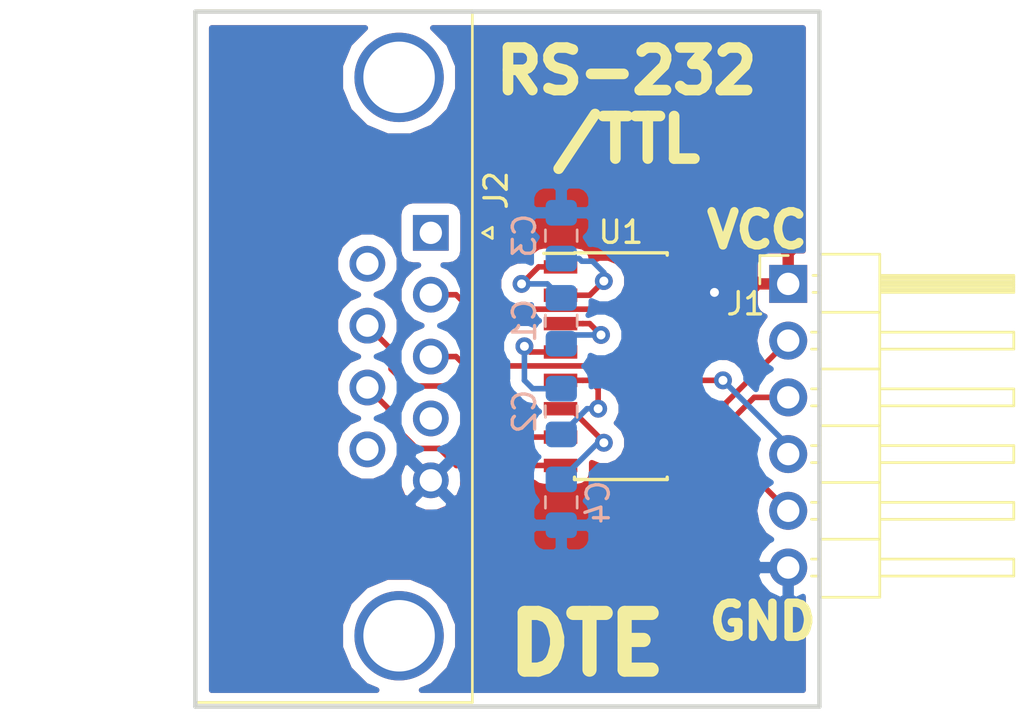
<source format=kicad_pcb>
(kicad_pcb (version 20171130) (host pcbnew "(5.0.2)-1")

  (general
    (thickness 1.6)
    (drawings 8)
    (tracks 77)
    (zones 0)
    (modules 7)
    (nets 18)
  )

  (page A4)
  (layers
    (0 F.Cu signal)
    (31 B.Cu signal)
    (32 B.Adhes user)
    (33 F.Adhes user)
    (34 B.Paste user)
    (35 F.Paste user)
    (36 B.SilkS user)
    (37 F.SilkS user)
    (38 B.Mask user)
    (39 F.Mask user)
    (40 Dwgs.User user)
    (41 Cmts.User user)
    (42 Eco1.User user)
    (43 Eco2.User user)
    (44 Edge.Cuts user)
    (45 Margin user hide)
    (46 B.CrtYd user hide)
    (47 F.CrtYd user hide)
    (48 B.Fab user hide)
    (49 F.Fab user)
  )

  (setup
    (last_trace_width 0.25)
    (trace_clearance 0.2)
    (zone_clearance 0.508)
    (zone_45_only no)
    (trace_min 0.2)
    (segment_width 0.2)
    (edge_width 0.15)
    (via_size 0.8)
    (via_drill 0.4)
    (via_min_size 0.4)
    (via_min_drill 0.3)
    (uvia_size 0.3)
    (uvia_drill 0.1)
    (uvias_allowed no)
    (uvia_min_size 0.2)
    (uvia_min_drill 0.1)
    (pcb_text_width 0.3)
    (pcb_text_size 1.5 1.5)
    (mod_edge_width 0.15)
    (mod_text_size 1 1)
    (mod_text_width 0.15)
    (pad_size 1.524 1.524)
    (pad_drill 0.762)
    (pad_to_mask_clearance 0.051)
    (solder_mask_min_width 0.25)
    (aux_axis_origin 0 0)
    (visible_elements FFFFFF7F)
    (pcbplotparams
      (layerselection 0x010fc_ffffffff)
      (usegerberextensions false)
      (usegerberattributes false)
      (usegerberadvancedattributes false)
      (creategerberjobfile false)
      (excludeedgelayer true)
      (linewidth 0.100000)
      (plotframeref false)
      (viasonmask false)
      (mode 1)
      (useauxorigin false)
      (hpglpennumber 1)
      (hpglpenspeed 20)
      (hpglpendiameter 15.000000)
      (psnegative false)
      (psa4output false)
      (plotreference true)
      (plotvalue true)
      (plotinvisibletext false)
      (padsonsilk false)
      (subtractmaskfromsilk false)
      (outputformat 1)
      (mirror false)
      (drillshape 0)
      (scaleselection 1)
      (outputdirectory "plots/"))
  )

  (net 0 "")
  (net 1 "Net-(C1-Pad1)")
  (net 2 "Net-(C1-Pad2)")
  (net 3 "Net-(C2-Pad2)")
  (net 4 "Net-(C2-Pad1)")
  (net 5 GND)
  (net 6 "Net-(C3-Pad2)")
  (net 7 "Net-(C4-Pad2)")
  (net 8 "Net-(J1-Pad2)")
  (net 9 "Net-(J1-Pad3)")
  (net 10 "Net-(J1-Pad4)")
  (net 11 "Net-(J1-Pad5)")
  (net 12 "Net-(J2-Pad2)")
  (net 13 "Net-(J2-Pad3)")
  (net 14 "Net-(J2-Pad7)")
  (net 15 "Net-(J2-Pad8)")
  (net 16 "Net-(J2-Pad0)")
  (net 17 /VCC)

  (net_class Default "This is the default net class."
    (clearance 0.2)
    (trace_width 0.25)
    (via_dia 0.8)
    (via_drill 0.4)
    (uvia_dia 0.3)
    (uvia_drill 0.1)
    (add_net /VCC)
    (add_net GND)
    (add_net "Net-(C1-Pad1)")
    (add_net "Net-(C1-Pad2)")
    (add_net "Net-(C2-Pad1)")
    (add_net "Net-(C2-Pad2)")
    (add_net "Net-(C3-Pad2)")
    (add_net "Net-(C4-Pad2)")
    (add_net "Net-(J1-Pad2)")
    (add_net "Net-(J1-Pad3)")
    (add_net "Net-(J1-Pad4)")
    (add_net "Net-(J1-Pad5)")
    (add_net "Net-(J2-Pad0)")
    (add_net "Net-(J2-Pad2)")
    (add_net "Net-(J2-Pad3)")
    (add_net "Net-(J2-Pad7)")
    (add_net "Net-(J2-Pad8)")
  )

  (module Capacitor_SMD:C_0805_2012Metric_Pad1.15x1.40mm_HandSolder (layer B.Cu) (tedit 5B36C52B) (tstamp 5D73C2EC)
    (at 16.383 13.843 270)
    (descr "Capacitor SMD 0805 (2012 Metric), square (rectangular) end terminal, IPC_7351 nominal with elongated pad for handsoldering. (Body size source: https://docs.google.com/spreadsheets/d/1BsfQQcO9C6DZCsRaXUlFlo91Tg2WpOkGARC1WS5S8t0/edit?usp=sharing), generated with kicad-footprint-generator")
    (tags "capacitor handsolder")
    (path /5D728776)
    (attr smd)
    (fp_text reference C1 (at 0 1.65 270) (layer B.SilkS)
      (effects (font (size 1 1) (thickness 0.15)) (justify mirror))
    )
    (fp_text value 0.1uF (at 0 -1.65 270) (layer B.Fab)
      (effects (font (size 1 1) (thickness 0.15)) (justify mirror))
    )
    (fp_line (start -1 -0.6) (end -1 0.6) (layer B.Fab) (width 0.1))
    (fp_line (start -1 0.6) (end 1 0.6) (layer B.Fab) (width 0.1))
    (fp_line (start 1 0.6) (end 1 -0.6) (layer B.Fab) (width 0.1))
    (fp_line (start 1 -0.6) (end -1 -0.6) (layer B.Fab) (width 0.1))
    (fp_line (start -0.261252 0.71) (end 0.261252 0.71) (layer B.SilkS) (width 0.12))
    (fp_line (start -0.261252 -0.71) (end 0.261252 -0.71) (layer B.SilkS) (width 0.12))
    (fp_line (start -1.85 -0.95) (end -1.85 0.95) (layer B.CrtYd) (width 0.05))
    (fp_line (start -1.85 0.95) (end 1.85 0.95) (layer B.CrtYd) (width 0.05))
    (fp_line (start 1.85 0.95) (end 1.85 -0.95) (layer B.CrtYd) (width 0.05))
    (fp_line (start 1.85 -0.95) (end -1.85 -0.95) (layer B.CrtYd) (width 0.05))
    (fp_text user %R (at 0 0 270) (layer B.Fab)
      (effects (font (size 0.5 0.5) (thickness 0.08)) (justify mirror))
    )
    (pad 1 smd roundrect (at -1.025 0 270) (size 1.15 1.4) (layers B.Cu B.Paste B.Mask) (roundrect_rratio 0.217391)
      (net 1 "Net-(C1-Pad1)"))
    (pad 2 smd roundrect (at 1.025 0 270) (size 1.15 1.4) (layers B.Cu B.Paste B.Mask) (roundrect_rratio 0.217391)
      (net 2 "Net-(C1-Pad2)"))
    (model ${KISYS3DMOD}/Capacitor_SMD.3dshapes/C_0805_2012Metric.wrl
      (at (xyz 0 0 0))
      (scale (xyz 1 1 1))
      (rotate (xyz 0 0 0))
    )
  )

  (module Capacitor_SMD:C_0805_2012Metric_Pad1.15x1.40mm_HandSolder (layer B.Cu) (tedit 5B36C52B) (tstamp 5D73C2FD)
    (at 16.383 17.907 270)
    (descr "Capacitor SMD 0805 (2012 Metric), square (rectangular) end terminal, IPC_7351 nominal with elongated pad for handsoldering. (Body size source: https://docs.google.com/spreadsheets/d/1BsfQQcO9C6DZCsRaXUlFlo91Tg2WpOkGARC1WS5S8t0/edit?usp=sharing), generated with kicad-footprint-generator")
    (tags "capacitor handsolder")
    (path /5D728CCE)
    (attr smd)
    (fp_text reference C2 (at 0 1.65 270) (layer B.SilkS)
      (effects (font (size 1 1) (thickness 0.15)) (justify mirror))
    )
    (fp_text value 0.1uF (at 0 -1.65 270) (layer B.Fab)
      (effects (font (size 1 1) (thickness 0.15)) (justify mirror))
    )
    (fp_text user %R (at 0 0 270) (layer B.Fab)
      (effects (font (size 0.5 0.5) (thickness 0.08)) (justify mirror))
    )
    (fp_line (start 1.85 -0.95) (end -1.85 -0.95) (layer B.CrtYd) (width 0.05))
    (fp_line (start 1.85 0.95) (end 1.85 -0.95) (layer B.CrtYd) (width 0.05))
    (fp_line (start -1.85 0.95) (end 1.85 0.95) (layer B.CrtYd) (width 0.05))
    (fp_line (start -1.85 -0.95) (end -1.85 0.95) (layer B.CrtYd) (width 0.05))
    (fp_line (start -0.261252 -0.71) (end 0.261252 -0.71) (layer B.SilkS) (width 0.12))
    (fp_line (start -0.261252 0.71) (end 0.261252 0.71) (layer B.SilkS) (width 0.12))
    (fp_line (start 1 -0.6) (end -1 -0.6) (layer B.Fab) (width 0.1))
    (fp_line (start 1 0.6) (end 1 -0.6) (layer B.Fab) (width 0.1))
    (fp_line (start -1 0.6) (end 1 0.6) (layer B.Fab) (width 0.1))
    (fp_line (start -1 -0.6) (end -1 0.6) (layer B.Fab) (width 0.1))
    (pad 2 smd roundrect (at 1.025 0 270) (size 1.15 1.4) (layers B.Cu B.Paste B.Mask) (roundrect_rratio 0.217391)
      (net 3 "Net-(C2-Pad2)"))
    (pad 1 smd roundrect (at -1.025 0 270) (size 1.15 1.4) (layers B.Cu B.Paste B.Mask) (roundrect_rratio 0.217391)
      (net 4 "Net-(C2-Pad1)"))
    (model ${KISYS3DMOD}/Capacitor_SMD.3dshapes/C_0805_2012Metric.wrl
      (at (xyz 0 0 0))
      (scale (xyz 1 1 1))
      (rotate (xyz 0 0 0))
    )
  )

  (module Capacitor_SMD:C_0805_2012Metric_Pad1.15x1.40mm_HandSolder (layer B.Cu) (tedit 5B36C52B) (tstamp 5D73C30E)
    (at 16.383 10.033 270)
    (descr "Capacitor SMD 0805 (2012 Metric), square (rectangular) end terminal, IPC_7351 nominal with elongated pad for handsoldering. (Body size source: https://docs.google.com/spreadsheets/d/1BsfQQcO9C6DZCsRaXUlFlo91Tg2WpOkGARC1WS5S8t0/edit?usp=sharing), generated with kicad-footprint-generator")
    (tags "capacitor handsolder")
    (path /5D728CF8)
    (attr smd)
    (fp_text reference C3 (at 0 1.65 270) (layer B.SilkS)
      (effects (font (size 1 1) (thickness 0.15)) (justify mirror))
    )
    (fp_text value 0.1uF (at 0 -1.65 270) (layer B.Fab)
      (effects (font (size 1 1) (thickness 0.15)) (justify mirror))
    )
    (fp_line (start -1 -0.6) (end -1 0.6) (layer B.Fab) (width 0.1))
    (fp_line (start -1 0.6) (end 1 0.6) (layer B.Fab) (width 0.1))
    (fp_line (start 1 0.6) (end 1 -0.6) (layer B.Fab) (width 0.1))
    (fp_line (start 1 -0.6) (end -1 -0.6) (layer B.Fab) (width 0.1))
    (fp_line (start -0.261252 0.71) (end 0.261252 0.71) (layer B.SilkS) (width 0.12))
    (fp_line (start -0.261252 -0.71) (end 0.261252 -0.71) (layer B.SilkS) (width 0.12))
    (fp_line (start -1.85 -0.95) (end -1.85 0.95) (layer B.CrtYd) (width 0.05))
    (fp_line (start -1.85 0.95) (end 1.85 0.95) (layer B.CrtYd) (width 0.05))
    (fp_line (start 1.85 0.95) (end 1.85 -0.95) (layer B.CrtYd) (width 0.05))
    (fp_line (start 1.85 -0.95) (end -1.85 -0.95) (layer B.CrtYd) (width 0.05))
    (fp_text user %R (at 0 0 270) (layer B.Fab)
      (effects (font (size 0.5 0.5) (thickness 0.08)) (justify mirror))
    )
    (pad 1 smd roundrect (at -1.025 0 270) (size 1.15 1.4) (layers B.Cu B.Paste B.Mask) (roundrect_rratio 0.217391)
      (net 5 GND))
    (pad 2 smd roundrect (at 1.025 0 270) (size 1.15 1.4) (layers B.Cu B.Paste B.Mask) (roundrect_rratio 0.217391)
      (net 6 "Net-(C3-Pad2)"))
    (model ${KISYS3DMOD}/Capacitor_SMD.3dshapes/C_0805_2012Metric.wrl
      (at (xyz 0 0 0))
      (scale (xyz 1 1 1))
      (rotate (xyz 0 0 0))
    )
  )

  (module Capacitor_SMD:C_0805_2012Metric_Pad1.15x1.40mm_HandSolder (layer B.Cu) (tedit 5B36C52B) (tstamp 5D73C31F)
    (at 16.383 21.971 90)
    (descr "Capacitor SMD 0805 (2012 Metric), square (rectangular) end terminal, IPC_7351 nominal with elongated pad for handsoldering. (Body size source: https://docs.google.com/spreadsheets/d/1BsfQQcO9C6DZCsRaXUlFlo91Tg2WpOkGARC1WS5S8t0/edit?usp=sharing), generated with kicad-footprint-generator")
    (tags "capacitor handsolder")
    (path /5D728D2A)
    (attr smd)
    (fp_text reference C4 (at 0 1.65 90) (layer B.SilkS)
      (effects (font (size 1 1) (thickness 0.15)) (justify mirror))
    )
    (fp_text value 0.1uF (at 0 -1.65 90) (layer B.Fab)
      (effects (font (size 1 1) (thickness 0.15)) (justify mirror))
    )
    (fp_text user %R (at 0 0 90) (layer B.Fab)
      (effects (font (size 0.5 0.5) (thickness 0.08)) (justify mirror))
    )
    (fp_line (start 1.85 -0.95) (end -1.85 -0.95) (layer B.CrtYd) (width 0.05))
    (fp_line (start 1.85 0.95) (end 1.85 -0.95) (layer B.CrtYd) (width 0.05))
    (fp_line (start -1.85 0.95) (end 1.85 0.95) (layer B.CrtYd) (width 0.05))
    (fp_line (start -1.85 -0.95) (end -1.85 0.95) (layer B.CrtYd) (width 0.05))
    (fp_line (start -0.261252 -0.71) (end 0.261252 -0.71) (layer B.SilkS) (width 0.12))
    (fp_line (start -0.261252 0.71) (end 0.261252 0.71) (layer B.SilkS) (width 0.12))
    (fp_line (start 1 -0.6) (end -1 -0.6) (layer B.Fab) (width 0.1))
    (fp_line (start 1 0.6) (end 1 -0.6) (layer B.Fab) (width 0.1))
    (fp_line (start -1 0.6) (end 1 0.6) (layer B.Fab) (width 0.1))
    (fp_line (start -1 -0.6) (end -1 0.6) (layer B.Fab) (width 0.1))
    (pad 2 smd roundrect (at 1.025 0 90) (size 1.15 1.4) (layers B.Cu B.Paste B.Mask) (roundrect_rratio 0.217391)
      (net 7 "Net-(C4-Pad2)"))
    (pad 1 smd roundrect (at -1.025 0 90) (size 1.15 1.4) (layers B.Cu B.Paste B.Mask) (roundrect_rratio 0.217391)
      (net 5 GND))
    (model ${KISYS3DMOD}/Capacitor_SMD.3dshapes/C_0805_2012Metric.wrl
      (at (xyz 0 0 0))
      (scale (xyz 1 1 1))
      (rotate (xyz 0 0 0))
    )
  )

  (module Connector_PinHeader_2.54mm:PinHeader_1x06_P2.54mm_Horizontal (layer F.Cu) (tedit 59FED5CB) (tstamp 5D73C386)
    (at 26.543 12.192)
    (descr "Through hole angled pin header, 1x06, 2.54mm pitch, 6mm pin length, single row")
    (tags "Through hole angled pin header THT 1x06 2.54mm single row")
    (path /5D728689)
    (fp_text reference J1 (at -1.905 0.889) (layer F.SilkS)
      (effects (font (size 1 1) (thickness 0.15)))
    )
    (fp_text value Conn_01x06 (at 4.385 14.97) (layer F.Fab)
      (effects (font (size 1 1) (thickness 0.15)))
    )
    (fp_line (start 2.135 -1.27) (end 4.04 -1.27) (layer F.Fab) (width 0.1))
    (fp_line (start 4.04 -1.27) (end 4.04 13.97) (layer F.Fab) (width 0.1))
    (fp_line (start 4.04 13.97) (end 1.5 13.97) (layer F.Fab) (width 0.1))
    (fp_line (start 1.5 13.97) (end 1.5 -0.635) (layer F.Fab) (width 0.1))
    (fp_line (start 1.5 -0.635) (end 2.135 -1.27) (layer F.Fab) (width 0.1))
    (fp_line (start -0.32 -0.32) (end 1.5 -0.32) (layer F.Fab) (width 0.1))
    (fp_line (start -0.32 -0.32) (end -0.32 0.32) (layer F.Fab) (width 0.1))
    (fp_line (start -0.32 0.32) (end 1.5 0.32) (layer F.Fab) (width 0.1))
    (fp_line (start 4.04 -0.32) (end 10.04 -0.32) (layer F.Fab) (width 0.1))
    (fp_line (start 10.04 -0.32) (end 10.04 0.32) (layer F.Fab) (width 0.1))
    (fp_line (start 4.04 0.32) (end 10.04 0.32) (layer F.Fab) (width 0.1))
    (fp_line (start -0.32 2.22) (end 1.5 2.22) (layer F.Fab) (width 0.1))
    (fp_line (start -0.32 2.22) (end -0.32 2.86) (layer F.Fab) (width 0.1))
    (fp_line (start -0.32 2.86) (end 1.5 2.86) (layer F.Fab) (width 0.1))
    (fp_line (start 4.04 2.22) (end 10.04 2.22) (layer F.Fab) (width 0.1))
    (fp_line (start 10.04 2.22) (end 10.04 2.86) (layer F.Fab) (width 0.1))
    (fp_line (start 4.04 2.86) (end 10.04 2.86) (layer F.Fab) (width 0.1))
    (fp_line (start -0.32 4.76) (end 1.5 4.76) (layer F.Fab) (width 0.1))
    (fp_line (start -0.32 4.76) (end -0.32 5.4) (layer F.Fab) (width 0.1))
    (fp_line (start -0.32 5.4) (end 1.5 5.4) (layer F.Fab) (width 0.1))
    (fp_line (start 4.04 4.76) (end 10.04 4.76) (layer F.Fab) (width 0.1))
    (fp_line (start 10.04 4.76) (end 10.04 5.4) (layer F.Fab) (width 0.1))
    (fp_line (start 4.04 5.4) (end 10.04 5.4) (layer F.Fab) (width 0.1))
    (fp_line (start -0.32 7.3) (end 1.5 7.3) (layer F.Fab) (width 0.1))
    (fp_line (start -0.32 7.3) (end -0.32 7.94) (layer F.Fab) (width 0.1))
    (fp_line (start -0.32 7.94) (end 1.5 7.94) (layer F.Fab) (width 0.1))
    (fp_line (start 4.04 7.3) (end 10.04 7.3) (layer F.Fab) (width 0.1))
    (fp_line (start 10.04 7.3) (end 10.04 7.94) (layer F.Fab) (width 0.1))
    (fp_line (start 4.04 7.94) (end 10.04 7.94) (layer F.Fab) (width 0.1))
    (fp_line (start -0.32 9.84) (end 1.5 9.84) (layer F.Fab) (width 0.1))
    (fp_line (start -0.32 9.84) (end -0.32 10.48) (layer F.Fab) (width 0.1))
    (fp_line (start -0.32 10.48) (end 1.5 10.48) (layer F.Fab) (width 0.1))
    (fp_line (start 4.04 9.84) (end 10.04 9.84) (layer F.Fab) (width 0.1))
    (fp_line (start 10.04 9.84) (end 10.04 10.48) (layer F.Fab) (width 0.1))
    (fp_line (start 4.04 10.48) (end 10.04 10.48) (layer F.Fab) (width 0.1))
    (fp_line (start -0.32 12.38) (end 1.5 12.38) (layer F.Fab) (width 0.1))
    (fp_line (start -0.32 12.38) (end -0.32 13.02) (layer F.Fab) (width 0.1))
    (fp_line (start -0.32 13.02) (end 1.5 13.02) (layer F.Fab) (width 0.1))
    (fp_line (start 4.04 12.38) (end 10.04 12.38) (layer F.Fab) (width 0.1))
    (fp_line (start 10.04 12.38) (end 10.04 13.02) (layer F.Fab) (width 0.1))
    (fp_line (start 4.04 13.02) (end 10.04 13.02) (layer F.Fab) (width 0.1))
    (fp_line (start 1.44 -1.33) (end 1.44 14.03) (layer F.SilkS) (width 0.12))
    (fp_line (start 1.44 14.03) (end 4.1 14.03) (layer F.SilkS) (width 0.12))
    (fp_line (start 4.1 14.03) (end 4.1 -1.33) (layer F.SilkS) (width 0.12))
    (fp_line (start 4.1 -1.33) (end 1.44 -1.33) (layer F.SilkS) (width 0.12))
    (fp_line (start 4.1 -0.38) (end 10.1 -0.38) (layer F.SilkS) (width 0.12))
    (fp_line (start 10.1 -0.38) (end 10.1 0.38) (layer F.SilkS) (width 0.12))
    (fp_line (start 10.1 0.38) (end 4.1 0.38) (layer F.SilkS) (width 0.12))
    (fp_line (start 4.1 -0.32) (end 10.1 -0.32) (layer F.SilkS) (width 0.12))
    (fp_line (start 4.1 -0.2) (end 10.1 -0.2) (layer F.SilkS) (width 0.12))
    (fp_line (start 4.1 -0.08) (end 10.1 -0.08) (layer F.SilkS) (width 0.12))
    (fp_line (start 4.1 0.04) (end 10.1 0.04) (layer F.SilkS) (width 0.12))
    (fp_line (start 4.1 0.16) (end 10.1 0.16) (layer F.SilkS) (width 0.12))
    (fp_line (start 4.1 0.28) (end 10.1 0.28) (layer F.SilkS) (width 0.12))
    (fp_line (start 1.11 -0.38) (end 1.44 -0.38) (layer F.SilkS) (width 0.12))
    (fp_line (start 1.11 0.38) (end 1.44 0.38) (layer F.SilkS) (width 0.12))
    (fp_line (start 1.44 1.27) (end 4.1 1.27) (layer F.SilkS) (width 0.12))
    (fp_line (start 4.1 2.16) (end 10.1 2.16) (layer F.SilkS) (width 0.12))
    (fp_line (start 10.1 2.16) (end 10.1 2.92) (layer F.SilkS) (width 0.12))
    (fp_line (start 10.1 2.92) (end 4.1 2.92) (layer F.SilkS) (width 0.12))
    (fp_line (start 1.042929 2.16) (end 1.44 2.16) (layer F.SilkS) (width 0.12))
    (fp_line (start 1.042929 2.92) (end 1.44 2.92) (layer F.SilkS) (width 0.12))
    (fp_line (start 1.44 3.81) (end 4.1 3.81) (layer F.SilkS) (width 0.12))
    (fp_line (start 4.1 4.7) (end 10.1 4.7) (layer F.SilkS) (width 0.12))
    (fp_line (start 10.1 4.7) (end 10.1 5.46) (layer F.SilkS) (width 0.12))
    (fp_line (start 10.1 5.46) (end 4.1 5.46) (layer F.SilkS) (width 0.12))
    (fp_line (start 1.042929 4.7) (end 1.44 4.7) (layer F.SilkS) (width 0.12))
    (fp_line (start 1.042929 5.46) (end 1.44 5.46) (layer F.SilkS) (width 0.12))
    (fp_line (start 1.44 6.35) (end 4.1 6.35) (layer F.SilkS) (width 0.12))
    (fp_line (start 4.1 7.24) (end 10.1 7.24) (layer F.SilkS) (width 0.12))
    (fp_line (start 10.1 7.24) (end 10.1 8) (layer F.SilkS) (width 0.12))
    (fp_line (start 10.1 8) (end 4.1 8) (layer F.SilkS) (width 0.12))
    (fp_line (start 1.042929 7.24) (end 1.44 7.24) (layer F.SilkS) (width 0.12))
    (fp_line (start 1.042929 8) (end 1.44 8) (layer F.SilkS) (width 0.12))
    (fp_line (start 1.44 8.89) (end 4.1 8.89) (layer F.SilkS) (width 0.12))
    (fp_line (start 4.1 9.78) (end 10.1 9.78) (layer F.SilkS) (width 0.12))
    (fp_line (start 10.1 9.78) (end 10.1 10.54) (layer F.SilkS) (width 0.12))
    (fp_line (start 10.1 10.54) (end 4.1 10.54) (layer F.SilkS) (width 0.12))
    (fp_line (start 1.042929 9.78) (end 1.44 9.78) (layer F.SilkS) (width 0.12))
    (fp_line (start 1.042929 10.54) (end 1.44 10.54) (layer F.SilkS) (width 0.12))
    (fp_line (start 1.44 11.43) (end 4.1 11.43) (layer F.SilkS) (width 0.12))
    (fp_line (start 4.1 12.32) (end 10.1 12.32) (layer F.SilkS) (width 0.12))
    (fp_line (start 10.1 12.32) (end 10.1 13.08) (layer F.SilkS) (width 0.12))
    (fp_line (start 10.1 13.08) (end 4.1 13.08) (layer F.SilkS) (width 0.12))
    (fp_line (start 1.042929 12.32) (end 1.44 12.32) (layer F.SilkS) (width 0.12))
    (fp_line (start 1.042929 13.08) (end 1.44 13.08) (layer F.SilkS) (width 0.12))
    (fp_line (start -1.27 0) (end -1.27 -1.27) (layer F.SilkS) (width 0.12))
    (fp_line (start -1.27 -1.27) (end 0 -1.27) (layer F.SilkS) (width 0.12))
    (fp_line (start -1.8 -1.8) (end -1.8 14.5) (layer F.CrtYd) (width 0.05))
    (fp_line (start -1.8 14.5) (end 10.55 14.5) (layer F.CrtYd) (width 0.05))
    (fp_line (start 10.55 14.5) (end 10.55 -1.8) (layer F.CrtYd) (width 0.05))
    (fp_line (start 10.55 -1.8) (end -1.8 -1.8) (layer F.CrtYd) (width 0.05))
    (fp_text user %R (at 2.77 6.35 90) (layer F.Fab)
      (effects (font (size 1 1) (thickness 0.15)))
    )
    (pad 1 thru_hole rect (at 0 0) (size 1.7 1.7) (drill 1) (layers *.Cu *.Mask)
      (net 17 /VCC))
    (pad 2 thru_hole oval (at 0 2.54) (size 1.7 1.7) (drill 1) (layers *.Cu *.Mask)
      (net 8 "Net-(J1-Pad2)"))
    (pad 3 thru_hole oval (at 0 5.08) (size 1.7 1.7) (drill 1) (layers *.Cu *.Mask)
      (net 9 "Net-(J1-Pad3)"))
    (pad 4 thru_hole oval (at 0 7.62) (size 1.7 1.7) (drill 1) (layers *.Cu *.Mask)
      (net 10 "Net-(J1-Pad4)"))
    (pad 5 thru_hole oval (at 0 10.16) (size 1.7 1.7) (drill 1) (layers *.Cu *.Mask)
      (net 11 "Net-(J1-Pad5)"))
    (pad 6 thru_hole oval (at 0 12.7) (size 1.7 1.7) (drill 1) (layers *.Cu *.Mask)
      (net 5 GND))
    (model ${KISYS3DMOD}/Connector_PinHeader_2.54mm.3dshapes/PinHeader_1x06_P2.54mm_Horizontal.wrl
      (at (xyz 0 0 0))
      (scale (xyz 1 1 1))
      (rotate (xyz 0 0 0))
    )
  )

  (module Connector_Dsub:DSUB-9_Male_Horizontal_P2.77x2.84mm_EdgePinOffset7.70mm_Housed_MountingHolesOffset9.12mm (layer F.Cu) (tedit 59FEDEE2) (tstamp 5D73C3BA)
    (at 10.541 9.906 270)
    (descr "9-pin D-Sub connector, horizontal/angled (90 deg), THT-mount, male, pitch 2.77x2.84mm, pin-PCB-offset 7.699999999999999mm, distance of mounting holes 25mm, distance of mounting holes to PCB edge 9.12mm, see https://disti-assets.s3.amazonaws.com/tonar/files/datasheets/16730.pdf")
    (tags "9-pin D-Sub connector horizontal angled 90deg THT male pitch 2.77x2.84mm pin-PCB-offset 7.699999999999999mm mounting-holes-distance 25mm mounting-hole-offset 25mm")
    (path /5D729312)
    (fp_text reference J2 (at -1.905 -2.921 270) (layer F.SilkS)
      (effects (font (size 1 1) (thickness 0.15)))
    )
    (fp_text value DB9_Male_MountingHoles (at 5.54 18.44 270) (layer F.Fab)
      (effects (font (size 1 1) (thickness 0.15)))
    )
    (fp_arc (start -6.96 1.42) (end -8.56 1.42) (angle 180) (layer F.Fab) (width 0.1))
    (fp_arc (start 18.04 1.42) (end 16.44 1.42) (angle 180) (layer F.Fab) (width 0.1))
    (fp_line (start -9.885 -1.8) (end -9.885 10.54) (layer F.Fab) (width 0.1))
    (fp_line (start -9.885 10.54) (end 20.965 10.54) (layer F.Fab) (width 0.1))
    (fp_line (start 20.965 10.54) (end 20.965 -1.8) (layer F.Fab) (width 0.1))
    (fp_line (start 20.965 -1.8) (end -9.885 -1.8) (layer F.Fab) (width 0.1))
    (fp_line (start -9.885 10.54) (end -9.885 10.94) (layer F.Fab) (width 0.1))
    (fp_line (start -9.885 10.94) (end 20.965 10.94) (layer F.Fab) (width 0.1))
    (fp_line (start 20.965 10.94) (end 20.965 10.54) (layer F.Fab) (width 0.1))
    (fp_line (start 20.965 10.54) (end -9.885 10.54) (layer F.Fab) (width 0.1))
    (fp_line (start -2.61 10.94) (end -2.61 16.94) (layer F.Fab) (width 0.1))
    (fp_line (start -2.61 16.94) (end 13.69 16.94) (layer F.Fab) (width 0.1))
    (fp_line (start 13.69 16.94) (end 13.69 10.94) (layer F.Fab) (width 0.1))
    (fp_line (start 13.69 10.94) (end -2.61 10.94) (layer F.Fab) (width 0.1))
    (fp_line (start -9.46 10.94) (end -9.46 15.94) (layer F.Fab) (width 0.1))
    (fp_line (start -9.46 15.94) (end -4.46 15.94) (layer F.Fab) (width 0.1))
    (fp_line (start -4.46 15.94) (end -4.46 10.94) (layer F.Fab) (width 0.1))
    (fp_line (start -4.46 10.94) (end -9.46 10.94) (layer F.Fab) (width 0.1))
    (fp_line (start 15.54 10.94) (end 15.54 15.94) (layer F.Fab) (width 0.1))
    (fp_line (start 15.54 15.94) (end 20.54 15.94) (layer F.Fab) (width 0.1))
    (fp_line (start 20.54 15.94) (end 20.54 10.94) (layer F.Fab) (width 0.1))
    (fp_line (start 20.54 10.94) (end 15.54 10.94) (layer F.Fab) (width 0.1))
    (fp_line (start -8.56 10.54) (end -8.56 1.42) (layer F.Fab) (width 0.1))
    (fp_line (start -5.36 10.54) (end -5.36 1.42) (layer F.Fab) (width 0.1))
    (fp_line (start 16.44 10.54) (end 16.44 1.42) (layer F.Fab) (width 0.1))
    (fp_line (start 19.64 10.54) (end 19.64 1.42) (layer F.Fab) (width 0.1))
    (fp_line (start -9.945 10.48) (end -9.945 -1.86) (layer F.SilkS) (width 0.12))
    (fp_line (start -9.945 -1.86) (end 21.025 -1.86) (layer F.SilkS) (width 0.12))
    (fp_line (start 21.025 -1.86) (end 21.025 10.48) (layer F.SilkS) (width 0.12))
    (fp_line (start -0.25 -2.754338) (end 0.25 -2.754338) (layer F.SilkS) (width 0.12))
    (fp_line (start 0.25 -2.754338) (end 0 -2.321325) (layer F.SilkS) (width 0.12))
    (fp_line (start 0 -2.321325) (end -0.25 -2.754338) (layer F.SilkS) (width 0.12))
    (fp_line (start -10.4 -2.35) (end -10.4 17.45) (layer F.CrtYd) (width 0.05))
    (fp_line (start -10.4 17.45) (end 21.5 17.45) (layer F.CrtYd) (width 0.05))
    (fp_line (start 21.5 17.45) (end 21.5 -2.35) (layer F.CrtYd) (width 0.05))
    (fp_line (start 21.5 -2.35) (end -10.4 -2.35) (layer F.CrtYd) (width 0.05))
    (fp_text user %R (at 5.54 13.94 270) (layer F.Fab)
      (effects (font (size 1 1) (thickness 0.15)))
    )
    (pad 1 thru_hole rect (at 0 0 270) (size 1.6 1.6) (drill 1) (layers *.Cu *.Mask))
    (pad 2 thru_hole circle (at 2.77 0 270) (size 1.6 1.6) (drill 1) (layers *.Cu *.Mask)
      (net 12 "Net-(J2-Pad2)"))
    (pad 3 thru_hole circle (at 5.54 0 270) (size 1.6 1.6) (drill 1) (layers *.Cu *.Mask)
      (net 13 "Net-(J2-Pad3)"))
    (pad 4 thru_hole circle (at 8.31 0 270) (size 1.6 1.6) (drill 1) (layers *.Cu *.Mask))
    (pad 5 thru_hole circle (at 11.08 0 270) (size 1.6 1.6) (drill 1) (layers *.Cu *.Mask)
      (net 5 GND))
    (pad 6 thru_hole circle (at 1.385 2.84 270) (size 1.6 1.6) (drill 1) (layers *.Cu *.Mask))
    (pad 7 thru_hole circle (at 4.155 2.84 270) (size 1.6 1.6) (drill 1) (layers *.Cu *.Mask)
      (net 14 "Net-(J2-Pad7)"))
    (pad 8 thru_hole circle (at 6.925 2.84 270) (size 1.6 1.6) (drill 1) (layers *.Cu *.Mask)
      (net 15 "Net-(J2-Pad8)"))
    (pad 9 thru_hole circle (at 9.695 2.84 270) (size 1.6 1.6) (drill 1) (layers *.Cu *.Mask))
    (pad 0 thru_hole circle (at -6.96 1.42 270) (size 4 4) (drill 3.2) (layers *.Cu *.Mask)
      (net 16 "Net-(J2-Pad0)"))
    (pad 0 thru_hole circle (at 18.04 1.42 270) (size 4 4) (drill 3.2) (layers *.Cu *.Mask)
      (net 16 "Net-(J2-Pad0)"))
    (model ${KISYS3DMOD}/Connector_Dsub.3dshapes/DSUB-9_Male_Horizontal_P2.77x2.84mm_EdgePinOffset7.70mm_Housed_MountingHolesOffset9.12mm.wrl
      (at (xyz 0 0 0))
      (scale (xyz 1 1 1))
      (rotate (xyz 0 0 0))
    )
  )

  (module Package_SO:SOIC-16_3.9x9.9mm_P1.27mm (layer F.Cu) (tedit 5A02F2D3) (tstamp 5D73C3DF)
    (at 19.05 15.875)
    (descr "16-Lead Plastic Small Outline (SL) - Narrow, 3.90 mm Body [SOIC] (see Microchip Packaging Specification 00000049BS.pdf)")
    (tags "SOIC 1.27")
    (path /5D7285AB)
    (attr smd)
    (fp_text reference U1 (at 0 -6) (layer F.SilkS)
      (effects (font (size 1 1) (thickness 0.15)))
    )
    (fp_text value ICL3232 (at 0 6) (layer F.Fab)
      (effects (font (size 1 1) (thickness 0.15)))
    )
    (fp_text user %R (at 0 0) (layer F.Fab)
      (effects (font (size 0.9 0.9) (thickness 0.135)))
    )
    (fp_line (start -0.95 -4.95) (end 1.95 -4.95) (layer F.Fab) (width 0.15))
    (fp_line (start 1.95 -4.95) (end 1.95 4.95) (layer F.Fab) (width 0.15))
    (fp_line (start 1.95 4.95) (end -1.95 4.95) (layer F.Fab) (width 0.15))
    (fp_line (start -1.95 4.95) (end -1.95 -3.95) (layer F.Fab) (width 0.15))
    (fp_line (start -1.95 -3.95) (end -0.95 -4.95) (layer F.Fab) (width 0.15))
    (fp_line (start -3.7 -5.25) (end -3.7 5.25) (layer F.CrtYd) (width 0.05))
    (fp_line (start 3.7 -5.25) (end 3.7 5.25) (layer F.CrtYd) (width 0.05))
    (fp_line (start -3.7 -5.25) (end 3.7 -5.25) (layer F.CrtYd) (width 0.05))
    (fp_line (start -3.7 5.25) (end 3.7 5.25) (layer F.CrtYd) (width 0.05))
    (fp_line (start -2.075 -5.075) (end -2.075 -5.05) (layer F.SilkS) (width 0.15))
    (fp_line (start 2.075 -5.075) (end 2.075 -4.97) (layer F.SilkS) (width 0.15))
    (fp_line (start 2.075 5.075) (end 2.075 4.97) (layer F.SilkS) (width 0.15))
    (fp_line (start -2.075 5.075) (end -2.075 4.97) (layer F.SilkS) (width 0.15))
    (fp_line (start -2.075 -5.075) (end 2.075 -5.075) (layer F.SilkS) (width 0.15))
    (fp_line (start -2.075 5.075) (end 2.075 5.075) (layer F.SilkS) (width 0.15))
    (fp_line (start -2.075 -5.05) (end -3.45 -5.05) (layer F.SilkS) (width 0.15))
    (pad 1 smd rect (at -2.7 -4.445) (size 1.5 0.6) (layers F.Cu F.Paste F.Mask)
      (net 1 "Net-(C1-Pad1)"))
    (pad 2 smd rect (at -2.7 -3.175) (size 1.5 0.6) (layers F.Cu F.Paste F.Mask)
      (net 6 "Net-(C3-Pad2)"))
    (pad 3 smd rect (at -2.7 -1.905) (size 1.5 0.6) (layers F.Cu F.Paste F.Mask)
      (net 2 "Net-(C1-Pad2)"))
    (pad 4 smd rect (at -2.7 -0.635) (size 1.5 0.6) (layers F.Cu F.Paste F.Mask)
      (net 4 "Net-(C2-Pad1)"))
    (pad 5 smd rect (at -2.7 0.635) (size 1.5 0.6) (layers F.Cu F.Paste F.Mask)
      (net 3 "Net-(C2-Pad2)"))
    (pad 6 smd rect (at -2.7 1.905) (size 1.5 0.6) (layers F.Cu F.Paste F.Mask)
      (net 7 "Net-(C4-Pad2)"))
    (pad 7 smd rect (at -2.7 3.175) (size 1.5 0.6) (layers F.Cu F.Paste F.Mask)
      (net 14 "Net-(J2-Pad7)"))
    (pad 8 smd rect (at -2.7 4.445) (size 1.5 0.6) (layers F.Cu F.Paste F.Mask)
      (net 15 "Net-(J2-Pad8)"))
    (pad 9 smd rect (at 2.7 4.445) (size 1.5 0.6) (layers F.Cu F.Paste F.Mask)
      (net 11 "Net-(J1-Pad5)"))
    (pad 10 smd rect (at 2.7 3.175) (size 1.5 0.6) (layers F.Cu F.Paste F.Mask)
      (net 9 "Net-(J1-Pad3)"))
    (pad 11 smd rect (at 2.7 1.905) (size 1.5 0.6) (layers F.Cu F.Paste F.Mask)
      (net 8 "Net-(J1-Pad2)"))
    (pad 12 smd rect (at 2.7 0.635) (size 1.5 0.6) (layers F.Cu F.Paste F.Mask)
      (net 10 "Net-(J1-Pad4)"))
    (pad 13 smd rect (at 2.7 -0.635) (size 1.5 0.6) (layers F.Cu F.Paste F.Mask)
      (net 12 "Net-(J2-Pad2)"))
    (pad 14 smd rect (at 2.7 -1.905) (size 1.5 0.6) (layers F.Cu F.Paste F.Mask)
      (net 13 "Net-(J2-Pad3)"))
    (pad 15 smd rect (at 2.7 -3.175) (size 1.5 0.6) (layers F.Cu F.Paste F.Mask)
      (net 5 GND))
    (pad 16 smd rect (at 2.7 -4.445) (size 1.5 0.6) (layers F.Cu F.Paste F.Mask)
      (net 17 /VCC))
    (model ${KISYS3DMOD}/Package_SO.3dshapes/SOIC-16_3.9x9.9mm_P1.27mm.wrl
      (at (xyz 0 0 0))
      (scale (xyz 1 1 1))
      (rotate (xyz 0 0 0))
    )
  )

  (gr_text GND (at 25.4 27.305) (layer F.SilkS) (tstamp 5D73CD6E)
    (effects (font (size 1.524 1.524) (thickness 0.381)))
  )
  (gr_text VCC (at 25.146 9.779) (layer F.SilkS) (tstamp 5D73CD69)
    (effects (font (size 1.524 1.524) (thickness 0.381)))
  )
  (gr_text "RS-232\n/TTL" (at 19.304 4.191) (layer F.SilkS) (tstamp 5D73CD66)
    (effects (font (size 1.905 1.905) (thickness 0.47625)))
  )
  (gr_text DTE (at 17.526 28.321) (layer F.SilkS)
    (effects (font (size 2.54 2.54) (thickness 0.635)))
  )
  (gr_line (start 0 31.115) (end 0 0) (layer Edge.Cuts) (width 0.2))
  (gr_line (start 27.94 31.115) (end 0 31.115) (layer Edge.Cuts) (width 0.2))
  (gr_line (start 27.94 0) (end 27.94 31.115) (layer Edge.Cuts) (width 0.2))
  (gr_line (start 0 0) (end 27.94 0) (layer Edge.Cuts) (width 0.2))

  (via (at 14.605 12.192) (size 0.8) (drill 0.4) (layers F.Cu B.Cu) (net 1))
  (segment (start 16.35 11.43) (end 15.367 11.43) (width 0.25) (layer F.Cu) (net 1) (status 10))
  (segment (start 15.367 11.43) (end 14.605 12.192) (width 0.25) (layer F.Cu) (net 1))
  (segment (start 15.757 12.192) (end 16.383 12.818) (width 0.25) (layer B.Cu) (net 1) (status 20))
  (segment (start 14.605 12.192) (end 15.757 12.192) (width 0.25) (layer B.Cu) (net 1))
  (segment (start 16.35 13.97) (end 17.35 13.97) (width 0.25) (layer F.Cu) (net 2))
  (via (at 18.161 14.478) (size 0.8) (drill 0.4) (layers F.Cu B.Cu) (net 2))
  (segment (start 17.35 13.97) (end 17.653 13.97) (width 0.25) (layer F.Cu) (net 2))
  (segment (start 17.653 13.97) (end 18.161 14.478) (width 0.25) (layer F.Cu) (net 2))
  (segment (start 16.773 14.478) (end 16.383 14.868) (width 0.25) (layer B.Cu) (net 2))
  (segment (start 18.161 14.478) (end 16.773 14.478) (width 0.25) (layer B.Cu) (net 2))
  (segment (start 16.35 16.51) (end 17.35 16.51) (width 0.25) (layer F.Cu) (net 3))
  (segment (start 17.35 16.51) (end 17.653 16.51) (width 0.25) (layer F.Cu) (net 3))
  (via (at 18.034 17.78) (size 0.8) (drill 0.4) (layers F.Cu B.Cu) (net 3))
  (segment (start 17.653 16.51) (end 18.034 16.891) (width 0.25) (layer F.Cu) (net 3))
  (segment (start 18.034 16.891) (end 18.034 17.78) (width 0.25) (layer F.Cu) (net 3))
  (segment (start 17.535 17.78) (end 16.383 18.932) (width 0.25) (layer B.Cu) (net 3))
  (segment (start 18.034 17.78) (end 17.535 17.78) (width 0.25) (layer B.Cu) (net 3))
  (via (at 14.732 14.986) (size 0.8) (drill 0.4) (layers F.Cu B.Cu) (net 4))
  (segment (start 16.35 15.24) (end 14.986 15.24) (width 0.25) (layer F.Cu) (net 4))
  (segment (start 14.986 15.24) (end 14.732 14.986) (width 0.25) (layer F.Cu) (net 4))
  (segment (start 14.732 14.986) (end 14.732 16.51) (width 0.25) (layer B.Cu) (net 4))
  (segment (start 15.104 16.882) (end 16.383 16.882) (width 0.25) (layer B.Cu) (net 4))
  (segment (start 14.732 16.51) (end 15.104 16.882) (width 0.25) (layer B.Cu) (net 4))
  (via (at 23.241 12.573) (size 0.8) (drill 0.4) (layers F.Cu B.Cu) (net 5))
  (segment (start 21.75 12.7) (end 23.114 12.7) (width 0.25) (layer F.Cu) (net 5) (status 10))
  (segment (start 23.114 12.7) (end 23.241 12.573) (width 0.25) (layer F.Cu) (net 5))
  (segment (start 17.183 11.058) (end 17.301 11.176) (width 0.25) (layer B.Cu) (net 6))
  (segment (start 16.383 11.058) (end 17.183 11.058) (width 0.25) (layer B.Cu) (net 6) (status 10))
  (segment (start 17.301 11.176) (end 17.78 11.176) (width 0.25) (layer B.Cu) (net 6))
  (via (at 18.288 12.065) (size 0.8) (drill 0.4) (layers F.Cu B.Cu) (net 6))
  (segment (start 17.78 11.176) (end 18.288 11.684) (width 0.25) (layer B.Cu) (net 6))
  (segment (start 18.288 11.684) (end 18.288 12.065) (width 0.25) (layer B.Cu) (net 6))
  (segment (start 17.653 12.7) (end 18.288 12.065) (width 0.25) (layer F.Cu) (net 6))
  (segment (start 16.35 12.7) (end 17.653 12.7) (width 0.25) (layer F.Cu) (net 6) (status 10))
  (via (at 18.288 19.304) (size 0.8) (drill 0.4) (layers F.Cu B.Cu) (net 7))
  (segment (start 18.288 19.268) (end 18.288 19.304) (width 0.25) (layer F.Cu) (net 7))
  (segment (start 16.35 17.78) (end 16.8 17.78) (width 0.25) (layer F.Cu) (net 7) (status 30))
  (segment (start 16.8 17.78) (end 18.288 19.268) (width 0.25) (layer F.Cu) (net 7) (status 10))
  (segment (start 18.025 19.304) (end 18.288 19.304) (width 0.25) (layer B.Cu) (net 7))
  (segment (start 16.383 20.946) (end 18.025 19.304) (width 0.25) (layer B.Cu) (net 7))
  (segment (start 21.75 17.78) (end 23.749 17.78) (width 0.25) (layer F.Cu) (net 8) (status 10))
  (segment (start 23.749 17.526) (end 26.543 14.732) (width 0.25) (layer F.Cu) (net 8) (status 20))
  (segment (start 23.749 17.78) (end 23.749 17.526) (width 0.25) (layer F.Cu) (net 8))
  (segment (start 21.75 19.05) (end 23.241 19.05) (width 0.25) (layer F.Cu) (net 9) (status 10))
  (segment (start 25.019 17.272) (end 26.543 17.272) (width 0.25) (layer F.Cu) (net 9) (status 20))
  (segment (start 23.241 19.05) (end 25.019 17.272) (width 0.25) (layer F.Cu) (net 9))
  (via (at 23.622 16.51) (size 0.8) (drill 0.4) (layers F.Cu B.Cu) (net 10))
  (segment (start 21.75 16.51) (end 23.622 16.51) (width 0.25) (layer F.Cu) (net 10) (status 10))
  (segment (start 26.543 19.431) (end 26.543 19.812) (width 0.25) (layer B.Cu) (net 10) (status 30))
  (segment (start 23.622 16.51) (end 26.543 19.431) (width 0.25) (layer B.Cu) (net 10) (status 20))
  (segment (start 24.511 20.32) (end 26.543 22.352) (width 0.25) (layer F.Cu) (net 11) (status 20))
  (segment (start 21.75 20.32) (end 24.511 20.32) (width 0.25) (layer F.Cu) (net 11) (status 10))
  (segment (start 11.67237 12.676) (end 10.541 12.676) (width 0.25) (layer F.Cu) (net 12) (status 20))
  (segment (start 12.321371 13.325001) (end 11.67237 12.676) (width 0.25) (layer F.Cu) (net 12))
  (segment (start 18.835001 13.325001) (end 12.321371 13.325001) (width 0.25) (layer F.Cu) (net 12))
  (segment (start 20.75 15.24) (end 18.835001 13.325001) (width 0.25) (layer F.Cu) (net 12))
  (segment (start 21.75 15.24) (end 20.75 15.24) (width 0.25) (layer F.Cu) (net 12) (status 10))
  (segment (start 11.67237 15.446) (end 10.541 15.446) (width 0.25) (layer F.Cu) (net 13) (status 20))
  (segment (start 12.091371 15.865001) (end 11.67237 15.446) (width 0.25) (layer F.Cu) (net 13))
  (segment (start 22.760001 15.865001) (end 12.091371 15.865001) (width 0.25) (layer F.Cu) (net 13))
  (segment (start 22.825001 15.800001) (end 22.760001 15.865001) (width 0.25) (layer F.Cu) (net 13))
  (segment (start 22.2 13.97) (end 22.825001 14.595001) (width 0.25) (layer F.Cu) (net 13) (status 10))
  (segment (start 22.825001 14.595001) (end 22.825001 15.800001) (width 0.25) (layer F.Cu) (net 13))
  (segment (start 21.75 13.97) (end 22.2 13.97) (width 0.25) (layer F.Cu) (net 13) (status 30))
  (segment (start 13.716 19.05) (end 16.35 19.05) (width 0.25) (layer F.Cu) (net 14) (status 20))
  (segment (start 11.43 16.764) (end 13.716 19.05) (width 0.25) (layer F.Cu) (net 14))
  (segment (start 9.525 16.764) (end 11.43 16.764) (width 0.25) (layer F.Cu) (net 14))
  (segment (start 8.763 16.002) (end 9.525 16.764) (width 0.25) (layer F.Cu) (net 14))
  (segment (start 8.763 15.123) (end 8.763 16.002) (width 0.25) (layer F.Cu) (net 14))
  (segment (start 7.701 14.061) (end 8.763 15.123) (width 0.25) (layer F.Cu) (net 14) (status 10))
  (segment (start 11.684 20.32) (end 16.35 20.32) (width 0.25) (layer F.Cu) (net 15) (status 20))
  (segment (start 10.922 19.558) (end 11.684 20.32) (width 0.25) (layer F.Cu) (net 15))
  (segment (start 9.906 19.558) (end 10.922 19.558) (width 0.25) (layer F.Cu) (net 15))
  (segment (start 8.636 18.288) (end 9.906 19.558) (width 0.25) (layer F.Cu) (net 15))
  (segment (start 8.636 17.766) (end 8.636 18.288) (width 0.25) (layer F.Cu) (net 15))
  (segment (start 7.701 16.831) (end 8.636 17.766) (width 0.25) (layer F.Cu) (net 15) (status 10))

  (zone (net 17) (net_name /VCC) (layer F.Cu) (tstamp 5D73CB7B) (hatch edge 0.508)
    (connect_pads (clearance 0.508))
    (min_thickness 0.254)
    (fill yes (arc_segments 16) (thermal_gap 0.508) (thermal_bridge_width 0.508))
    (polygon
      (pts
        (xy 0 0) (xy 27.94 0) (xy 27.94 31.115) (xy 0 31.115)
      )
    )
    (filled_polygon
      (pts
        (xy 6.887155 1.453392) (xy 6.486 2.421866) (xy 6.486 3.470134) (xy 6.887155 4.438608) (xy 7.628392 5.179845)
        (xy 8.596866 5.581) (xy 9.645134 5.581) (xy 10.613608 5.179845) (xy 11.354845 4.438608) (xy 11.756 3.470134)
        (xy 11.756 2.421866) (xy 11.354845 1.453392) (xy 10.636453 0.735) (xy 27.205 0.735) (xy 27.205 10.707)
        (xy 26.82875 10.707) (xy 26.67 10.86575) (xy 26.67 12.065) (xy 26.69 12.065) (xy 26.69 12.319)
        (xy 26.67 12.319) (xy 26.67 12.339) (xy 26.416 12.339) (xy 26.416 12.319) (xy 25.21675 12.319)
        (xy 25.058 12.47775) (xy 25.058 13.16831) (xy 25.154673 13.401699) (xy 25.333302 13.580327) (xy 25.494033 13.646904)
        (xy 25.472375 13.661375) (xy 25.144161 14.152582) (xy 25.028908 14.732) (xy 25.101791 15.098408) (xy 24.387955 15.812244)
        (xy 24.20828 15.632569) (xy 23.827874 15.475) (xy 23.585001 15.475) (xy 23.585001 14.669848) (xy 23.599889 14.595001)
        (xy 23.585001 14.520154) (xy 23.585001 14.520149) (xy 23.540905 14.298464) (xy 23.37293 14.047072) (xy 23.309474 14.004672)
        (xy 23.14744 13.842638) (xy 23.14744 13.67) (xy 23.135108 13.608) (xy 23.446874 13.608) (xy 23.82728 13.450431)
        (xy 24.118431 13.15928) (xy 24.276 12.778874) (xy 24.276 12.367126) (xy 24.118431 11.98672) (xy 23.82728 11.695569)
        (xy 23.446874 11.538) (xy 23.035126 11.538) (xy 22.980059 11.560809) (xy 22.97625 11.557) (xy 21.877 11.557)
        (xy 21.877 11.577) (xy 21.623 11.577) (xy 21.623 11.557) (xy 20.52375 11.557) (xy 20.365 11.71575)
        (xy 20.365 11.85631) (xy 20.454768 12.073028) (xy 20.401843 12.152235) (xy 20.35256 12.4) (xy 20.35256 13)
        (xy 20.401843 13.247765) (xy 20.460132 13.335) (xy 20.401843 13.422235) (xy 20.35256 13.67) (xy 20.35256 13.767758)
        (xy 19.425332 12.840531) (xy 19.38293 12.777072) (xy 19.171769 12.635979) (xy 19.323 12.270874) (xy 19.323 11.859126)
        (xy 19.165431 11.47872) (xy 18.87428 11.187569) (xy 18.493874 11.03) (xy 18.082126 11.03) (xy 17.74744 11.168631)
        (xy 17.74744 11.13) (xy 17.722316 11.00369) (xy 20.365 11.00369) (xy 20.365 11.14425) (xy 20.52375 11.303)
        (xy 21.623 11.303) (xy 21.623 10.65375) (xy 21.877 10.65375) (xy 21.877 11.303) (xy 22.97625 11.303)
        (xy 23.06356 11.21569) (xy 25.058 11.21569) (xy 25.058 11.90625) (xy 25.21675 12.065) (xy 26.416 12.065)
        (xy 26.416 10.86575) (xy 26.25725 10.707) (xy 25.566691 10.707) (xy 25.333302 10.803673) (xy 25.154673 10.982301)
        (xy 25.058 11.21569) (xy 23.06356 11.21569) (xy 23.135 11.14425) (xy 23.135 11.00369) (xy 23.038327 10.770301)
        (xy 22.859698 10.591673) (xy 22.626309 10.495) (xy 22.03575 10.495) (xy 21.877 10.65375) (xy 21.623 10.65375)
        (xy 21.46425 10.495) (xy 20.873691 10.495) (xy 20.640302 10.591673) (xy 20.461673 10.770301) (xy 20.365 11.00369)
        (xy 17.722316 11.00369) (xy 17.698157 10.882235) (xy 17.557809 10.672191) (xy 17.347765 10.531843) (xy 17.1 10.48256)
        (xy 15.6 10.48256) (xy 15.352235 10.531843) (xy 15.142191 10.672191) (xy 15.120893 10.704065) (xy 15.118605 10.70452)
        (xy 15.070462 10.714096) (xy 14.883418 10.839076) (xy 14.819071 10.882071) (xy 14.776671 10.945527) (xy 14.565198 11.157)
        (xy 14.399126 11.157) (xy 14.01872 11.314569) (xy 13.727569 11.60572) (xy 13.57 11.986126) (xy 13.57 12.397874)
        (xy 13.639226 12.565001) (xy 12.636173 12.565001) (xy 12.262701 12.19153) (xy 12.220299 12.128071) (xy 11.968907 11.960096)
        (xy 11.782322 11.922982) (xy 11.757534 11.863138) (xy 11.353862 11.459466) (xy 11.097893 11.35344) (xy 11.341 11.35344)
        (xy 11.588765 11.304157) (xy 11.798809 11.163809) (xy 11.939157 10.953765) (xy 11.98844 10.706) (xy 11.98844 9.106)
        (xy 11.939157 8.858235) (xy 11.798809 8.648191) (xy 11.588765 8.507843) (xy 11.341 8.45856) (xy 9.741 8.45856)
        (xy 9.493235 8.507843) (xy 9.283191 8.648191) (xy 9.142843 8.858235) (xy 9.09356 9.106) (xy 9.09356 10.706)
        (xy 9.142843 10.953765) (xy 9.283191 11.163809) (xy 9.493235 11.304157) (xy 9.741 11.35344) (xy 9.984107 11.35344)
        (xy 9.728138 11.459466) (xy 9.324466 11.863138) (xy 9.106 12.390561) (xy 9.106 12.961439) (xy 9.324466 13.488862)
        (xy 9.728138 13.892534) (xy 10.13485 14.061) (xy 9.728138 14.229466) (xy 9.33961 14.617994) (xy 9.310929 14.575071)
        (xy 9.247473 14.532671) (xy 9.114104 14.399302) (xy 9.136 14.346439) (xy 9.136 13.775561) (xy 8.917534 13.248138)
        (xy 8.513862 12.844466) (xy 8.10715 12.676) (xy 8.513862 12.507534) (xy 8.917534 12.103862) (xy 9.136 11.576439)
        (xy 9.136 11.005561) (xy 8.917534 10.478138) (xy 8.513862 10.074466) (xy 7.986439 9.856) (xy 7.415561 9.856)
        (xy 6.888138 10.074466) (xy 6.484466 10.478138) (xy 6.266 11.005561) (xy 6.266 11.576439) (xy 6.484466 12.103862)
        (xy 6.888138 12.507534) (xy 7.29485 12.676) (xy 6.888138 12.844466) (xy 6.484466 13.248138) (xy 6.266 13.775561)
        (xy 6.266 14.346439) (xy 6.484466 14.873862) (xy 6.888138 15.277534) (xy 7.29485 15.446) (xy 6.888138 15.614466)
        (xy 6.484466 16.018138) (xy 6.266 16.545561) (xy 6.266 17.116439) (xy 6.484466 17.643862) (xy 6.888138 18.047534)
        (xy 7.29485 18.216) (xy 6.888138 18.384466) (xy 6.484466 18.788138) (xy 6.266 19.315561) (xy 6.266 19.886439)
        (xy 6.484466 20.413862) (xy 6.888138 20.817534) (xy 7.415561 21.036) (xy 7.986439 21.036) (xy 8.513862 20.817534)
        (xy 8.917534 20.413862) (xy 9.136 19.886439) (xy 9.136 19.862802) (xy 9.31567 20.042472) (xy 9.358071 20.105929)
        (xy 9.378215 20.119389) (xy 9.324466 20.173138) (xy 9.106 20.700561) (xy 9.106 21.271439) (xy 9.324466 21.798862)
        (xy 9.728138 22.202534) (xy 10.255561 22.421) (xy 10.826439 22.421) (xy 11.353862 22.202534) (xy 11.757534 21.798862)
        (xy 11.976 21.271439) (xy 11.976 21.08) (xy 15.14547 21.08) (xy 15.352235 21.218157) (xy 15.6 21.26744)
        (xy 17.1 21.26744) (xy 17.347765 21.218157) (xy 17.557809 21.077809) (xy 17.698157 20.867765) (xy 17.74744 20.62)
        (xy 17.74744 20.200369) (xy 18.082126 20.339) (xy 18.493874 20.339) (xy 18.87428 20.181431) (xy 19.165431 19.89028)
        (xy 19.323 19.509874) (xy 19.323 19.098126) (xy 19.165431 18.71772) (xy 18.87428 18.426569) (xy 18.857919 18.419792)
        (xy 18.911431 18.36628) (xy 19.069 17.985874) (xy 19.069 17.574126) (xy 18.911431 17.19372) (xy 18.794 17.076289)
        (xy 18.794 16.965846) (xy 18.808888 16.890999) (xy 18.794 16.816152) (xy 18.794 16.816148) (xy 18.755978 16.625001)
        (xy 20.35256 16.625001) (xy 20.35256 16.81) (xy 20.401843 17.057765) (xy 20.460132 17.145) (xy 20.401843 17.232235)
        (xy 20.35256 17.48) (xy 20.35256 18.08) (xy 20.401843 18.327765) (xy 20.460132 18.415) (xy 20.401843 18.502235)
        (xy 20.35256 18.75) (xy 20.35256 19.35) (xy 20.401843 19.597765) (xy 20.460132 19.685) (xy 20.401843 19.772235)
        (xy 20.35256 20.02) (xy 20.35256 20.62) (xy 20.401843 20.867765) (xy 20.542191 21.077809) (xy 20.752235 21.218157)
        (xy 21 21.26744) (xy 22.5 21.26744) (xy 22.747765 21.218157) (xy 22.95453 21.08) (xy 24.196199 21.08)
        (xy 25.101791 21.985592) (xy 25.028908 22.352) (xy 25.144161 22.931418) (xy 25.472375 23.422625) (xy 25.770761 23.622)
        (xy 25.472375 23.821375) (xy 25.144161 24.312582) (xy 25.028908 24.892) (xy 25.144161 25.471418) (xy 25.472375 25.962625)
        (xy 25.963582 26.290839) (xy 26.396744 26.377) (xy 26.689256 26.377) (xy 27.122418 26.290839) (xy 27.205001 26.235659)
        (xy 27.205001 30.38) (xy 10.130391 30.38) (xy 10.613608 30.179845) (xy 11.354845 29.438608) (xy 11.756 28.470134)
        (xy 11.756 27.421866) (xy 11.354845 26.453392) (xy 10.613608 25.712155) (xy 9.645134 25.311) (xy 8.596866 25.311)
        (xy 7.628392 25.712155) (xy 6.887155 26.453392) (xy 6.486 27.421866) (xy 6.486 28.470134) (xy 6.887155 29.438608)
        (xy 7.628392 30.179845) (xy 8.111609 30.38) (xy 0.735 30.38) (xy 0.735 0.735) (xy 7.605547 0.735)
      )
    )
  )
  (zone (net 5) (net_name GND) (layer B.Cu) (tstamp 5D73CB78) (hatch edge 0.508)
    (connect_pads (clearance 0.508))
    (min_thickness 0.254)
    (fill yes (arc_segments 16) (thermal_gap 0.508) (thermal_bridge_width 0.508))
    (polygon
      (pts
        (xy 0 0) (xy 27.94 0) (xy 27.94 31.115) (xy 0 31.115)
      )
    )
    (filled_polygon
      (pts
        (xy 6.887155 1.453392) (xy 6.486 2.421866) (xy 6.486 3.470134) (xy 6.887155 4.438608) (xy 7.628392 5.179845)
        (xy 8.596866 5.581) (xy 9.645134 5.581) (xy 10.613608 5.179845) (xy 11.354845 4.438608) (xy 11.756 3.470134)
        (xy 11.756 2.421866) (xy 11.354845 1.453392) (xy 10.636453 0.735) (xy 27.205 0.735) (xy 27.205 10.69456)
        (xy 25.693 10.69456) (xy 25.445235 10.743843) (xy 25.235191 10.884191) (xy 25.094843 11.094235) (xy 25.04556 11.342)
        (xy 25.04556 13.042) (xy 25.094843 13.289765) (xy 25.235191 13.499809) (xy 25.445235 13.640157) (xy 25.490619 13.649184)
        (xy 25.472375 13.661375) (xy 25.144161 14.152582) (xy 25.028908 14.732) (xy 25.144161 15.311418) (xy 25.472375 15.802625)
        (xy 25.770761 16.002) (xy 25.472375 16.201375) (xy 25.144161 16.692582) (xy 25.100232 16.91343) (xy 24.657 16.470199)
        (xy 24.657 16.304126) (xy 24.499431 15.92372) (xy 24.20828 15.632569) (xy 23.827874 15.475) (xy 23.416126 15.475)
        (xy 23.03572 15.632569) (xy 22.744569 15.92372) (xy 22.587 16.304126) (xy 22.587 16.715874) (xy 22.744569 17.09628)
        (xy 23.03572 17.387431) (xy 23.416126 17.545) (xy 23.582199 17.545) (xy 25.194477 19.157279) (xy 25.144161 19.232582)
        (xy 25.028908 19.812) (xy 25.144161 20.391418) (xy 25.472375 20.882625) (xy 25.770761 21.082) (xy 25.472375 21.281375)
        (xy 25.144161 21.772582) (xy 25.028908 22.352) (xy 25.144161 22.931418) (xy 25.472375 23.422625) (xy 25.791478 23.635843)
        (xy 25.661642 23.696817) (xy 25.271355 24.125076) (xy 25.101524 24.53511) (xy 25.222845 24.765) (xy 26.416 24.765)
        (xy 26.416 24.745) (xy 26.67 24.745) (xy 26.67 24.765) (xy 26.69 24.765) (xy 26.69 25.019)
        (xy 26.67 25.019) (xy 26.67 26.212819) (xy 26.899892 26.333486) (xy 27.205001 26.190199) (xy 27.205001 30.38)
        (xy 10.130391 30.38) (xy 10.613608 30.179845) (xy 11.354845 29.438608) (xy 11.756 28.470134) (xy 11.756 27.421866)
        (xy 11.354845 26.453392) (xy 10.613608 25.712155) (xy 9.645134 25.311) (xy 8.596866 25.311) (xy 7.628392 25.712155)
        (xy 6.887155 26.453392) (xy 6.486 27.421866) (xy 6.486 28.470134) (xy 6.887155 29.438608) (xy 7.628392 30.179845)
        (xy 8.111609 30.38) (xy 0.735 30.38) (xy 0.735 25.24889) (xy 25.101524 25.24889) (xy 25.271355 25.658924)
        (xy 25.661642 26.087183) (xy 26.186108 26.333486) (xy 26.416 26.212819) (xy 26.416 25.019) (xy 25.222845 25.019)
        (xy 25.101524 25.24889) (xy 0.735 25.24889) (xy 0.735 23.28175) (xy 15.048 23.28175) (xy 15.048 23.697309)
        (xy 15.144673 23.930698) (xy 15.323301 24.109327) (xy 15.55669 24.206) (xy 16.09725 24.206) (xy 16.256 24.04725)
        (xy 16.256 23.123) (xy 16.51 23.123) (xy 16.51 24.04725) (xy 16.66875 24.206) (xy 17.20931 24.206)
        (xy 17.442699 24.109327) (xy 17.621327 23.930698) (xy 17.718 23.697309) (xy 17.718 23.28175) (xy 17.55925 23.123)
        (xy 16.51 23.123) (xy 16.256 23.123) (xy 15.20675 23.123) (xy 15.048 23.28175) (xy 0.735 23.28175)
        (xy 0.735 21.993745) (xy 9.712861 21.993745) (xy 9.786995 22.239864) (xy 10.324223 22.432965) (xy 10.894454 22.405778)
        (xy 11.295005 22.239864) (xy 11.369139 21.993745) (xy 10.541 21.165605) (xy 9.712861 21.993745) (xy 0.735 21.993745)
        (xy 0.735 11.005561) (xy 6.266 11.005561) (xy 6.266 11.576439) (xy 6.484466 12.103862) (xy 6.888138 12.507534)
        (xy 7.29485 12.676) (xy 6.888138 12.844466) (xy 6.484466 13.248138) (xy 6.266 13.775561) (xy 6.266 14.346439)
        (xy 6.484466 14.873862) (xy 6.888138 15.277534) (xy 7.29485 15.446) (xy 6.888138 15.614466) (xy 6.484466 16.018138)
        (xy 6.266 16.545561) (xy 6.266 17.116439) (xy 6.484466 17.643862) (xy 6.888138 18.047534) (xy 7.29485 18.216)
        (xy 6.888138 18.384466) (xy 6.484466 18.788138) (xy 6.266 19.315561) (xy 6.266 19.886439) (xy 6.484466 20.413862)
        (xy 6.888138 20.817534) (xy 7.415561 21.036) (xy 7.986439 21.036) (xy 8.513862 20.817534) (xy 8.562173 20.769223)
        (xy 9.094035 20.769223) (xy 9.121222 21.339454) (xy 9.287136 21.740005) (xy 9.533255 21.814139) (xy 10.361395 20.986)
        (xy 10.720605 20.986) (xy 11.548745 21.814139) (xy 11.794864 21.740005) (xy 11.987965 21.202777) (xy 11.960778 20.632546)
        (xy 11.794864 20.231995) (xy 11.548745 20.157861) (xy 10.720605 20.986) (xy 10.361395 20.986) (xy 9.533255 20.157861)
        (xy 9.287136 20.231995) (xy 9.094035 20.769223) (xy 8.562173 20.769223) (xy 8.917534 20.413862) (xy 9.136 19.886439)
        (xy 9.136 19.315561) (xy 8.917534 18.788138) (xy 8.513862 18.384466) (xy 8.10715 18.216) (xy 8.513862 18.047534)
        (xy 8.917534 17.643862) (xy 9.136 17.116439) (xy 9.136 16.545561) (xy 8.917534 16.018138) (xy 8.513862 15.614466)
        (xy 8.10715 15.446) (xy 8.513862 15.277534) (xy 8.917534 14.873862) (xy 9.136 14.346439) (xy 9.136 13.775561)
        (xy 8.917534 13.248138) (xy 8.513862 12.844466) (xy 8.10715 12.676) (xy 8.513862 12.507534) (xy 8.917534 12.103862)
        (xy 9.136 11.576439) (xy 9.136 11.005561) (xy 8.917534 10.478138) (xy 8.513862 10.074466) (xy 7.986439 9.856)
        (xy 7.415561 9.856) (xy 6.888138 10.074466) (xy 6.484466 10.478138) (xy 6.266 11.005561) (xy 0.735 11.005561)
        (xy 0.735 9.106) (xy 9.09356 9.106) (xy 9.09356 10.706) (xy 9.142843 10.953765) (xy 9.283191 11.163809)
        (xy 9.493235 11.304157) (xy 9.741 11.35344) (xy 9.984107 11.35344) (xy 9.728138 11.459466) (xy 9.324466 11.863138)
        (xy 9.106 12.390561) (xy 9.106 12.961439) (xy 9.324466 13.488862) (xy 9.728138 13.892534) (xy 10.13485 14.061)
        (xy 9.728138 14.229466) (xy 9.324466 14.633138) (xy 9.106 15.160561) (xy 9.106 15.731439) (xy 9.324466 16.258862)
        (xy 9.728138 16.662534) (xy 10.13485 16.831) (xy 9.728138 16.999466) (xy 9.324466 17.403138) (xy 9.106 17.930561)
        (xy 9.106 18.501439) (xy 9.324466 19.028862) (xy 9.728138 19.432534) (xy 10.119218 19.594525) (xy 9.786995 19.732136)
        (xy 9.712861 19.978255) (xy 10.541 20.806395) (xy 11.369139 19.978255) (xy 11.295005 19.732136) (xy 10.939261 19.604268)
        (xy 11.353862 19.432534) (xy 11.757534 19.028862) (xy 11.976 18.501439) (xy 11.976 17.930561) (xy 11.757534 17.403138)
        (xy 11.353862 16.999466) (xy 10.94715 16.831) (xy 11.353862 16.662534) (xy 11.757534 16.258862) (xy 11.976 15.731439)
        (xy 11.976 15.160561) (xy 11.757534 14.633138) (xy 11.353862 14.229466) (xy 10.94715 14.061) (xy 11.353862 13.892534)
        (xy 11.757534 13.488862) (xy 11.976 12.961439) (xy 11.976 12.390561) (xy 11.808478 11.986126) (xy 13.57 11.986126)
        (xy 13.57 12.397874) (xy 13.727569 12.77828) (xy 14.01872 13.069431) (xy 14.399126 13.227) (xy 14.810874 13.227)
        (xy 15.03556 13.133932) (xy 15.03556 13.143001) (xy 15.103873 13.486436) (xy 15.298414 13.777586) (xy 15.396313 13.843)
        (xy 15.298414 13.908414) (xy 15.197972 14.058736) (xy 14.937874 13.951) (xy 14.526126 13.951) (xy 14.14572 14.108569)
        (xy 13.854569 14.39972) (xy 13.697 14.780126) (xy 13.697 15.191874) (xy 13.854569 15.57228) (xy 13.972 15.689711)
        (xy 13.972001 16.435149) (xy 13.957112 16.51) (xy 13.972001 16.584852) (xy 14.011017 16.781) (xy 14.016097 16.806537)
        (xy 14.080264 16.902569) (xy 14.184072 17.057929) (xy 14.247527 17.100329) (xy 14.513671 17.366472) (xy 14.556071 17.429929)
        (xy 14.807463 17.597904) (xy 15.029148 17.642) (xy 15.029152 17.642) (xy 15.103999 17.656888) (xy 15.166672 17.644421)
        (xy 15.298414 17.841586) (xy 15.396313 17.907) (xy 15.298414 17.972414) (xy 15.103873 18.263564) (xy 15.03556 18.606999)
        (xy 15.03556 19.257001) (xy 15.103873 19.600436) (xy 15.298414 19.891586) (xy 15.369374 19.939) (xy 15.298414 19.986414)
        (xy 15.103873 20.277564) (xy 15.03556 20.620999) (xy 15.03556 21.271001) (xy 15.103873 21.614436) (xy 15.298414 21.905586)
        (xy 15.299597 21.906377) (xy 15.144673 22.061302) (xy 15.048 22.294691) (xy 15.048 22.71025) (xy 15.20675 22.869)
        (xy 16.256 22.869) (xy 16.256 22.849) (xy 16.51 22.849) (xy 16.51 22.869) (xy 17.55925 22.869)
        (xy 17.718 22.71025) (xy 17.718 22.294691) (xy 17.621327 22.061302) (xy 17.466403 21.906377) (xy 17.467586 21.905586)
        (xy 17.662127 21.614436) (xy 17.73044 21.271001) (xy 17.73044 20.673361) (xy 18.069876 20.333926) (xy 18.082126 20.339)
        (xy 18.493874 20.339) (xy 18.87428 20.181431) (xy 19.165431 19.89028) (xy 19.323 19.509874) (xy 19.323 19.098126)
        (xy 19.165431 18.71772) (xy 18.87428 18.426569) (xy 18.857919 18.419792) (xy 18.911431 18.36628) (xy 19.069 17.985874)
        (xy 19.069 17.574126) (xy 18.911431 17.19372) (xy 18.62028 16.902569) (xy 18.239874 16.745) (xy 17.828126 16.745)
        (xy 17.73044 16.785463) (xy 17.73044 16.556999) (xy 17.662127 16.213564) (xy 17.467586 15.922414) (xy 17.396626 15.875)
        (xy 17.467586 15.827586) (xy 17.662127 15.536436) (xy 17.688737 15.402658) (xy 17.955126 15.513) (xy 18.366874 15.513)
        (xy 18.74728 15.355431) (xy 19.038431 15.06428) (xy 19.196 14.683874) (xy 19.196 14.272126) (xy 19.038431 13.89172)
        (xy 18.74728 13.600569) (xy 18.366874 13.443) (xy 17.955126 13.443) (xy 17.590131 13.594186) (xy 17.662127 13.486436)
        (xy 17.73044 13.143001) (xy 17.73044 12.954327) (xy 18.082126 13.1) (xy 18.493874 13.1) (xy 18.87428 12.942431)
        (xy 19.165431 12.65128) (xy 19.323 12.270874) (xy 19.323 11.859126) (xy 19.165431 11.47872) (xy 18.87428 11.187569)
        (xy 18.868831 11.185312) (xy 18.835929 11.136071) (xy 18.772475 11.093673) (xy 18.37033 10.691529) (xy 18.327929 10.628071)
        (xy 18.076537 10.460096) (xy 17.854852 10.416) (xy 17.854847 10.416) (xy 17.78 10.401112) (xy 17.705153 10.416)
        (xy 17.667385 10.416) (xy 17.662127 10.389564) (xy 17.467586 10.098414) (xy 17.466403 10.097623) (xy 17.621327 9.942698)
        (xy 17.718 9.709309) (xy 17.718 9.29375) (xy 17.55925 9.135) (xy 16.51 9.135) (xy 16.51 9.155)
        (xy 16.256 9.155) (xy 16.256 9.135) (xy 15.20675 9.135) (xy 15.048 9.29375) (xy 15.048 9.709309)
        (xy 15.144673 9.942698) (xy 15.299597 10.097623) (xy 15.298414 10.098414) (xy 15.103873 10.389564) (xy 15.03556 10.732999)
        (xy 15.03556 11.250068) (xy 14.810874 11.157) (xy 14.399126 11.157) (xy 14.01872 11.314569) (xy 13.727569 11.60572)
        (xy 13.57 11.986126) (xy 11.808478 11.986126) (xy 11.757534 11.863138) (xy 11.353862 11.459466) (xy 11.097893 11.35344)
        (xy 11.341 11.35344) (xy 11.588765 11.304157) (xy 11.798809 11.163809) (xy 11.939157 10.953765) (xy 11.98844 10.706)
        (xy 11.98844 9.106) (xy 11.939157 8.858235) (xy 11.798809 8.648191) (xy 11.588765 8.507843) (xy 11.341 8.45856)
        (xy 9.741 8.45856) (xy 9.493235 8.507843) (xy 9.283191 8.648191) (xy 9.142843 8.858235) (xy 9.09356 9.106)
        (xy 0.735 9.106) (xy 0.735 8.306691) (xy 15.048 8.306691) (xy 15.048 8.72225) (xy 15.20675 8.881)
        (xy 16.256 8.881) (xy 16.256 7.95675) (xy 16.51 7.95675) (xy 16.51 8.881) (xy 17.55925 8.881)
        (xy 17.718 8.72225) (xy 17.718 8.306691) (xy 17.621327 8.073302) (xy 17.442699 7.894673) (xy 17.20931 7.798)
        (xy 16.66875 7.798) (xy 16.51 7.95675) (xy 16.256 7.95675) (xy 16.09725 7.798) (xy 15.55669 7.798)
        (xy 15.323301 7.894673) (xy 15.144673 8.073302) (xy 15.048 8.306691) (xy 0.735 8.306691) (xy 0.735 0.735)
        (xy 7.605547 0.735)
      )
    )
  )
)

</source>
